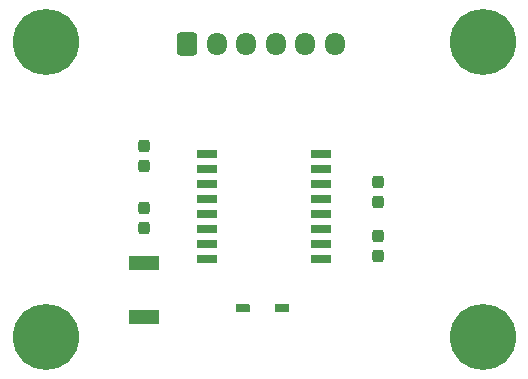
<source format=gbr>
%TF.GenerationSoftware,KiCad,Pcbnew,7.0.1*%
%TF.CreationDate,2023-04-13T11:59:35+02:00*%
%TF.ProjectId,PCBGYRO,50434247-5952-44f2-9e6b-696361645f70,rev?*%
%TF.SameCoordinates,Original*%
%TF.FileFunction,Soldermask,Top*%
%TF.FilePolarity,Negative*%
%FSLAX46Y46*%
G04 Gerber Fmt 4.6, Leading zero omitted, Abs format (unit mm)*
G04 Created by KiCad (PCBNEW 7.0.1) date 2023-04-13 11:59:35*
%MOMM*%
%LPD*%
G01*
G04 APERTURE LIST*
G04 Aperture macros list*
%AMRoundRect*
0 Rectangle with rounded corners*
0 $1 Rounding radius*
0 $2 $3 $4 $5 $6 $7 $8 $9 X,Y pos of 4 corners*
0 Add a 4 corners polygon primitive as box body*
4,1,4,$2,$3,$4,$5,$6,$7,$8,$9,$2,$3,0*
0 Add four circle primitives for the rounded corners*
1,1,$1+$1,$2,$3*
1,1,$1+$1,$4,$5*
1,1,$1+$1,$6,$7*
1,1,$1+$1,$8,$9*
0 Add four rect primitives between the rounded corners*
20,1,$1+$1,$2,$3,$4,$5,0*
20,1,$1+$1,$4,$5,$6,$7,0*
20,1,$1+$1,$6,$7,$8,$9,0*
20,1,$1+$1,$8,$9,$2,$3,0*%
G04 Aperture macros list end*
%ADD10C,5.600000*%
%ADD11RoundRect,0.237500X0.237500X-0.300000X0.237500X0.300000X-0.237500X0.300000X-0.237500X-0.300000X0*%
%ADD12RoundRect,0.237500X-0.237500X0.300000X-0.237500X-0.300000X0.237500X-0.300000X0.237500X0.300000X0*%
%ADD13RoundRect,0.250000X-0.600000X-0.725000X0.600000X-0.725000X0.600000X0.725000X-0.600000X0.725000X0*%
%ADD14O,1.700000X1.950000*%
%ADD15RoundRect,0.148000X0.477000X0.222000X-0.477000X0.222000X-0.477000X-0.222000X0.477000X-0.222000X0*%
%ADD16RoundRect,0.133200X0.491800X0.236800X-0.491800X0.236800X-0.491800X-0.236800X0.491800X-0.236800X0*%
%ADD17R,2.650000X1.300000*%
%ADD18R,1.700000X0.700000*%
G04 APERTURE END LIST*
D10*
%TO.C,H4*%
X82000000Y-45000000D03*
%TD*%
%TO.C,H2*%
X82000000Y-70000000D03*
%TD*%
D11*
%TO.C,C4*%
X53340000Y-60806500D03*
X53340000Y-59081500D03*
%TD*%
%TO.C,C3*%
X73152000Y-63193000D03*
X73152000Y-61468000D03*
%TD*%
D10*
%TO.C,H3*%
X45000000Y-45000000D03*
%TD*%
%TO.C,H1*%
X45000000Y-70000000D03*
%TD*%
D11*
%TO.C,C1*%
X53340000Y-55573000D03*
X53340000Y-53848000D03*
%TD*%
D12*
%TO.C,C2*%
X73152000Y-56896000D03*
X73152000Y-58621000D03*
%TD*%
D13*
%TO.C,J1*%
X56976000Y-45212000D03*
D14*
X59476000Y-45212000D03*
X61976000Y-45212000D03*
X64476000Y-45212000D03*
X66976000Y-45212000D03*
X69476000Y-45212000D03*
%TD*%
D15*
%TO.C,D1*%
X61704000Y-67564000D03*
D16*
X65024000Y-67564000D03*
%TD*%
D17*
%TO.C,L1*%
X53340000Y-63765000D03*
X53340000Y-68315000D03*
%TD*%
D18*
%TO.C,IC1*%
X58675000Y-54483000D03*
X58675000Y-55753000D03*
X58675000Y-57023000D03*
X58675000Y-58293000D03*
X58675000Y-59563000D03*
X58675000Y-60833000D03*
X58675000Y-62103000D03*
X58675000Y-63373000D03*
X68325000Y-63373000D03*
X68325000Y-62103000D03*
X68325000Y-60833000D03*
X68325000Y-59563000D03*
X68325000Y-58293000D03*
X68325000Y-57023000D03*
X68325000Y-55753000D03*
X68325000Y-54483000D03*
%TD*%
M02*

</source>
